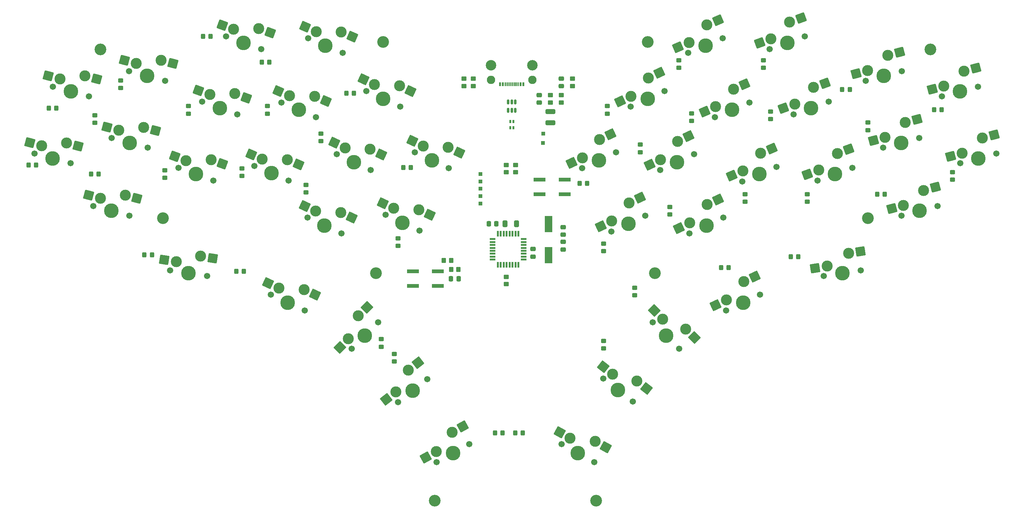
<source format=gbr>
%TF.GenerationSoftware,KiCad,Pcbnew,(6.0.7-1)-1*%
%TF.CreationDate,2022-12-23T00:58:57+01:00*%
%TF.ProjectId,acacia,61636163-6961-42e6-9b69-6361645f7063,rev?*%
%TF.SameCoordinates,Original*%
%TF.FileFunction,Soldermask,Bot*%
%TF.FilePolarity,Negative*%
%FSLAX46Y46*%
G04 Gerber Fmt 4.6, Leading zero omitted, Abs format (unit mm)*
G04 Created by KiCad (PCBNEW (6.0.7-1)-1) date 2022-12-23 00:58:57*
%MOMM*%
%LPD*%
G01*
G04 APERTURE LIST*
G04 Aperture macros list*
%AMRoundRect*
0 Rectangle with rounded corners*
0 $1 Rounding radius*
0 $2 $3 $4 $5 $6 $7 $8 $9 X,Y pos of 4 corners*
0 Add a 4 corners polygon primitive as box body*
4,1,4,$2,$3,$4,$5,$6,$7,$8,$9,$2,$3,0*
0 Add four circle primitives for the rounded corners*
1,1,$1+$1,$2,$3*
1,1,$1+$1,$4,$5*
1,1,$1+$1,$6,$7*
1,1,$1+$1,$8,$9*
0 Add four rect primitives between the rounded corners*
20,1,$1+$1,$2,$3,$4,$5,0*
20,1,$1+$1,$4,$5,$6,$7,0*
20,1,$1+$1,$6,$7,$8,$9,0*
20,1,$1+$1,$8,$9,$2,$3,0*%
G04 Aperture macros list end*
%ADD10C,3.200000*%
%ADD11C,3.000000*%
%ADD12C,1.701800*%
%ADD13C,3.987800*%
%ADD14RoundRect,0.200000X-0.530532X-1.405938X1.418030X-0.497309X0.530532X1.405938X-1.418030X0.497309X0*%
%ADD15RoundRect,0.200000X-1.399810X-0.546494X0.579275X-1.386566X1.399810X0.546494X-0.579275X1.386566X0*%
%ADD16RoundRect,0.200000X-1.310130X-0.735992X0.766610X-1.292453X1.310130X0.735992X-0.766610X1.292453X0*%
%ADD17RoundRect,0.200000X-1.369291X-0.619006X0.651048X-1.354349X1.369291X0.619006X-0.651048X1.354349X0*%
%ADD18RoundRect,0.200000X-1.493556X-0.165575X0.200667X-1.489247X1.493556X0.165575X-0.200667X1.489247X0*%
%ADD19RoundRect,0.200000X-0.766610X-1.292453X1.310130X-0.735992X0.766610X1.292453X-1.310130X0.735992X0*%
%ADD20RoundRect,0.200000X-1.418030X-0.497309X0.530532X-1.405938X1.418030X0.497309X-0.530532X1.405938X0*%
%ADD21RoundRect,0.200000X-1.226021X-0.868906X0.897509X-1.205240X1.226021X0.868906X-0.897509X1.205240X0*%
%ADD22RoundRect,0.200000X-0.651048X-1.354349X1.369291X-0.619006X0.651048X1.354349X-1.369291X0.619006X0*%
%ADD23RoundRect,0.200000X-0.579275X-1.386566X1.399810X-0.546494X0.579275X1.386566X-1.399810X0.546494X0*%
%ADD24RoundRect,0.200000X-1.502602X0.017678X0.017678X-1.502602X1.502602X-0.017678X-0.017678X1.502602X0*%
%ADD25RoundRect,0.200000X-0.431166X-1.439521X1.449266X-0.397180X0.431166X1.439521X-1.449266X0.397180X0*%
%ADD26RoundRect,0.200000X-0.897509X-1.205240X1.226021X-0.868906X0.897509X1.205240X-1.226021X0.868906X0*%
%ADD27RoundRect,0.200000X-1.449266X-0.397180X0.431166X-1.439521X1.449266X0.397180X-0.431166X1.439521X0*%
%ADD28RoundRect,0.200000X-0.017678X-1.502602X1.502602X0.017678X0.017678X1.502602X-1.502602X-0.017678X0*%
%ADD29RoundRect,0.200000X-0.200667X-1.489247X1.493556X-0.165575X0.200667X1.489247X-1.493556X0.165575X0*%
%ADD30RoundRect,0.250000X0.450000X-0.325000X0.450000X0.325000X-0.450000X0.325000X-0.450000X-0.325000X0*%
%ADD31RoundRect,0.250000X-0.475000X0.337500X-0.475000X-0.337500X0.475000X-0.337500X0.475000X0.337500X0*%
%ADD32R,2.000000X4.500000*%
%ADD33R,1.000000X1.000000*%
%ADD34RoundRect,0.250000X-0.337500X-0.475000X0.337500X-0.475000X0.337500X0.475000X-0.337500X0.475000X0*%
%ADD35RoundRect,0.250000X-0.450000X0.325000X-0.450000X-0.325000X0.450000X-0.325000X0.450000X0.325000X0*%
%ADD36RoundRect,0.250000X-0.450000X0.350000X-0.450000X-0.350000X0.450000X-0.350000X0.450000X0.350000X0*%
%ADD37RoundRect,0.250000X-0.325000X-0.450000X0.325000X-0.450000X0.325000X0.450000X-0.325000X0.450000X0*%
%ADD38RoundRect,0.025500X-0.229500X-0.354500X0.229500X-0.354500X0.229500X0.354500X-0.229500X0.354500X0*%
%ADD39RoundRect,0.250000X-1.075000X0.400000X-1.075000X-0.400000X1.075000X-0.400000X1.075000X0.400000X0*%
%ADD40R,3.200000X1.000000*%
%ADD41RoundRect,0.250000X0.450000X-0.350000X0.450000X0.350000X-0.450000X0.350000X-0.450000X-0.350000X0*%
%ADD42RoundRect,0.250000X0.325000X0.450000X-0.325000X0.450000X-0.325000X-0.450000X0.325000X-0.450000X0*%
%ADD43RoundRect,0.150000X-0.150000X0.512500X-0.150000X-0.512500X0.150000X-0.512500X0.150000X0.512500X0*%
%ADD44RoundRect,0.250000X0.475000X-0.337500X0.475000X0.337500X-0.475000X0.337500X-0.475000X-0.337500X0*%
%ADD45R,0.600000X1.100000*%
%ADD46R,0.300000X1.100000*%
%ADD47C,2.280000*%
%ADD48C,2.850000*%
%ADD49R,1.600000X0.550000*%
%ADD50R,0.550000X1.600000*%
%ADD51RoundRect,0.250000X0.412500X0.650000X-0.412500X0.650000X-0.412500X-0.650000X0.412500X-0.650000X0*%
%ADD52RoundRect,0.250000X0.350000X0.450000X-0.350000X0.450000X-0.350000X-0.450000X0.350000X-0.450000X0*%
%ADD53RoundRect,0.250000X0.337500X0.475000X-0.337500X0.475000X-0.337500X-0.475000X0.337500X-0.475000X0*%
G04 APERTURE END LIST*
D10*
%TO.C,H6*%
X48000000Y-58500000D03*
%TD*%
D11*
%TO.C,SW29*%
X187223517Y-105308154D03*
D12*
X196354044Y-103853099D03*
X187145956Y-108146901D03*
D13*
X191750000Y-106000000D03*
D11*
X191905121Y-100322506D03*
D14*
X184255359Y-106692229D03*
X194897749Y-98927021D03*
%TD*%
D12*
%TO.C,SW10*%
X89897670Y-90280172D03*
D11*
X92059169Y-88438318D03*
X98896831Y-88581378D03*
D13*
X94573835Y-92265086D03*
D12*
X99250000Y-94250000D03*
D15*
X89044515Y-87158674D03*
X101936338Y-89871573D03*
%TD*%
D10*
%TO.C,H9*%
X123000000Y-119500000D03*
%TD*%
D11*
%TO.C,SW1*%
X52977223Y-80560448D03*
D13*
X56000000Y-84000000D03*
D12*
X60906903Y-85314801D03*
D11*
X59768252Y-79750497D03*
D12*
X51093097Y-82685199D03*
D16*
X49813816Y-79712815D03*
X62957739Y-80605118D03*
%TD*%
D12*
%TO.C,SW6*%
X75726361Y-72762538D03*
X85273639Y-76237462D03*
D11*
X77788502Y-70810084D03*
X84624282Y-70595093D03*
D13*
X80500000Y-74500000D03*
D17*
X74711009Y-69689968D03*
X87727147Y-71724443D03*
%TD*%
D12*
%TO.C,SW41*%
X179145956Y-90896901D03*
D11*
X179223517Y-88058154D03*
D12*
X188354044Y-86603099D03*
D13*
X183750000Y-88750000D03*
D11*
X183905121Y-83072506D03*
D14*
X176255359Y-89442229D03*
X186897749Y-81677021D03*
%TD*%
D13*
%TO.C,SW4*%
X35000000Y-88250000D03*
D12*
X39906903Y-89564801D03*
D11*
X31977223Y-84810448D03*
D12*
X30093097Y-86935199D03*
D11*
X38768252Y-84000497D03*
D16*
X28813816Y-83962815D03*
X41957739Y-84855118D03*
%TD*%
D12*
%TO.C,SW26*%
X192395956Y-74146901D03*
X201604044Y-69853099D03*
D11*
X197155121Y-66322506D03*
X192473517Y-71308154D03*
D13*
X197000000Y-72000000D03*
D14*
X189505359Y-72692229D03*
X200147749Y-64927021D03*
%TD*%
D11*
%TO.C,SW24*%
X187500000Y-147000000D03*
X194067649Y-148907904D03*
D13*
X188938541Y-151347218D03*
D12*
X192941636Y-154474778D03*
X184935446Y-148219658D03*
D18*
X184919265Y-144983709D03*
X196669660Y-150940818D03*
%TD*%
D13*
%TO.C,SW2*%
X51000000Y-102500000D03*
D12*
X46093097Y-101185199D03*
D11*
X54768252Y-98250497D03*
D12*
X55906903Y-103814801D03*
D11*
X47977223Y-99060448D03*
D16*
X44813816Y-98212815D03*
X57957739Y-99105118D03*
%TD*%
D12*
%TO.C,SW8*%
X104573835Y-55515086D03*
D11*
X113572996Y-53816292D03*
D12*
X113926165Y-59484914D03*
D11*
X106735334Y-53673232D03*
D13*
X109250000Y-57500000D03*
D15*
X103720680Y-52393588D03*
X116612503Y-55106487D03*
%TD*%
D11*
%TO.C,SW30*%
X282662422Y-86782649D03*
D12*
X282093097Y-89564801D03*
D13*
X287000000Y-88250000D03*
D12*
X291906903Y-86935199D03*
D11*
X288138651Y-82685696D03*
D19*
X279499015Y-87630281D03*
X291328138Y-81831076D03*
%TD*%
D11*
%TO.C,SW17*%
X96620418Y-123587803D03*
D12*
X94395956Y-125353099D03*
D13*
X99000000Y-127500000D03*
D12*
X103604044Y-129646901D03*
D11*
X103448923Y-123969407D03*
D20*
X93652260Y-122203728D03*
X106441551Y-125364892D03*
%TD*%
D10*
%TO.C,H8*%
X257000000Y-104500000D03*
%TD*%
D11*
%TO.C,SW14*%
X142698923Y-85219407D03*
D12*
X142854044Y-90896901D03*
D13*
X138250000Y-88750000D03*
D12*
X133645956Y-86603099D03*
D11*
X135870418Y-84837803D03*
D20*
X132902260Y-83453728D03*
X145691551Y-86614892D03*
%TD*%
D11*
%TO.C,SW40*%
X266662422Y-101032649D03*
D12*
X266093097Y-103814801D03*
X275906903Y-101185199D03*
D11*
X272138651Y-96935696D03*
D13*
X271000000Y-102500000D03*
D19*
X263499015Y-101880281D03*
X275328138Y-96081076D03*
%TD*%
D11*
%TO.C,SW27*%
X200473517Y-88558154D03*
D12*
X200395956Y-91396901D03*
D11*
X205155121Y-83572506D03*
D12*
X209604044Y-87103099D03*
D13*
X205000000Y-89250000D03*
D14*
X197505359Y-89942229D03*
X208147749Y-82177021D03*
%TD*%
D10*
%TO.C,H4*%
X65000000Y-104500000D03*
%TD*%
D12*
%TO.C,SW13*%
X104395956Y-104353099D03*
X113604044Y-108646901D03*
D11*
X113448923Y-102969407D03*
X106620418Y-102587803D03*
D13*
X109000000Y-106500000D03*
D20*
X103652260Y-101203728D03*
X116441551Y-104364892D03*
%TD*%
D11*
%TO.C,SW16*%
X68634251Y-116395256D03*
D12*
X66982543Y-118705313D03*
D13*
X72000000Y-119500000D03*
D11*
X75303415Y-114879887D03*
D12*
X77017457Y-120294687D03*
D21*
X65399572Y-115882933D03*
X78564762Y-115396433D03*
%TD*%
D11*
%TO.C,SW35*%
X237051040Y-73416277D03*
D13*
X241500000Y-74500000D03*
D11*
X242149357Y-68857630D03*
D12*
X246273639Y-72762538D03*
X236726361Y-76237462D03*
D22*
X233973547Y-74536393D03*
X245252222Y-67728280D03*
%TD*%
D13*
%TO.C,SW32*%
X220000000Y-75000000D03*
D11*
X220353168Y-69331378D03*
D12*
X215323835Y-76984914D03*
D11*
X215500419Y-74150603D03*
D12*
X224676165Y-73015086D03*
D23*
X212485766Y-75430248D03*
X223392675Y-68041184D03*
%TD*%
D11*
%TO.C,SW23*%
X201101974Y-132009872D03*
X207388154Y-134703949D03*
D13*
X202000000Y-136500000D03*
D12*
X205592102Y-140092102D03*
X198407898Y-132907898D03*
D24*
X198786200Y-129694097D03*
X209723020Y-137038815D03*
%TD*%
D11*
%TO.C,SW28*%
X213155121Y-100822506D03*
X208473517Y-105808154D03*
D13*
X213000000Y-106500000D03*
D12*
X208395956Y-108646901D03*
X217604044Y-104353099D03*
D14*
X205505359Y-107192229D03*
X216147749Y-99427021D03*
%TD*%
D11*
%TO.C,SW48*%
X64518252Y-61500497D03*
D12*
X65656903Y-67064801D03*
D13*
X60750000Y-65750000D03*
D11*
X57727223Y-62310448D03*
D12*
X55843097Y-64435199D03*
D16*
X54563816Y-61462815D03*
X67707739Y-62355118D03*
%TD*%
D10*
%TO.C,H1*%
X197000000Y-56500000D03*
%TD*%
D11*
%TO.C,SW20*%
X143744075Y-162825515D03*
D13*
X143985374Y-168500000D03*
D11*
X139421656Y-168125591D03*
D12*
X148428442Y-166037167D03*
X139542306Y-170962833D03*
D25*
X136557277Y-169713342D03*
X146632069Y-161224674D03*
%TD*%
D11*
%TO.C,SW12*%
X121448923Y-85719407D03*
D12*
X121604044Y-91396901D03*
D13*
X117000000Y-89250000D03*
D11*
X114620418Y-85337803D03*
D12*
X112395956Y-87103099D03*
D20*
X111652260Y-83953728D03*
X124441551Y-87114892D03*
%TD*%
D13*
%TO.C,SW42*%
X282000000Y-70000000D03*
D11*
X283138651Y-64435696D03*
X277662422Y-68532649D03*
D12*
X286906903Y-68685199D03*
X277093097Y-71314801D03*
D19*
X274499015Y-69380281D03*
X286328138Y-63581076D03*
%TD*%
D12*
%TO.C,SW21*%
X244982543Y-120294687D03*
D13*
X250000000Y-119500000D03*
D11*
X245839564Y-117587287D03*
D12*
X255017457Y-118705313D03*
D11*
X251714041Y-114085200D03*
D26*
X242604885Y-118099610D03*
X254975388Y-113568653D03*
%TD*%
D10*
%TO.C,H2*%
X183000000Y-181500000D03*
%TD*%
D12*
%TO.C,SW33*%
X222750000Y-94500000D03*
X232102330Y-90530172D03*
D13*
X227426165Y-92515086D03*
D11*
X227779333Y-86846464D03*
X222926584Y-91665689D03*
D23*
X219911931Y-92945334D03*
X230818840Y-85556270D03*
%TD*%
D12*
%TO.C,SW36*%
X243226361Y-94237462D03*
D11*
X248649357Y-86857630D03*
X243551040Y-91416277D03*
D13*
X248000000Y-92500000D03*
D12*
X252773639Y-90762538D03*
D22*
X240473547Y-92536393D03*
X251752222Y-85728280D03*
%TD*%
D13*
%TO.C,SW34*%
X235000000Y-56750000D03*
D12*
X230226361Y-58487462D03*
D11*
X230551040Y-55666277D03*
X235649357Y-51107630D03*
D12*
X239773639Y-55012538D03*
D22*
X227473547Y-56786393D03*
X238752222Y-49978280D03*
%TD*%
D12*
%TO.C,SW25*%
X173556932Y-166037167D03*
D11*
X182684367Y-165288348D03*
D12*
X182443068Y-170962833D03*
D11*
X175899115Y-164431341D03*
D13*
X178000000Y-168500000D03*
D27*
X173034736Y-162843590D03*
X185572361Y-166889190D03*
%TD*%
D11*
%TO.C,SW18*%
X115509872Y-137398026D03*
X118203949Y-131111846D03*
D12*
X123592102Y-132907898D03*
D13*
X120000000Y-136500000D03*
D12*
X116407898Y-140092102D03*
D28*
X113194097Y-139713800D03*
X120538815Y-128776980D03*
%TD*%
D10*
%TO.C,H3*%
X125000000Y-56500000D03*
%TD*%
D11*
%TO.C,SW7*%
X71288502Y-88810084D03*
X78124282Y-88595093D03*
D12*
X69226361Y-90762538D03*
D13*
X74000000Y-92500000D03*
D12*
X78773639Y-94237462D03*
D17*
X68211009Y-87689968D03*
X81227147Y-89724443D03*
%TD*%
D13*
%TO.C,SW19*%
X133000000Y-151500000D03*
D11*
X128433899Y-151844123D03*
D12*
X128996905Y-154627560D03*
X137003095Y-148372440D03*
D11*
X131873987Y-145933125D03*
D29*
X125853164Y-153860414D03*
X134475999Y-143900211D03*
%TD*%
D11*
%TO.C,SW5*%
X84288502Y-53060084D03*
D13*
X87000000Y-56750000D03*
D12*
X82226361Y-55012538D03*
X91773639Y-58487462D03*
D11*
X91124282Y-52845093D03*
D17*
X81211009Y-51939968D03*
X94227147Y-53974443D03*
%TD*%
D12*
%TO.C,SW39*%
X261093097Y-85314801D03*
X270906903Y-82685199D03*
D11*
X267138651Y-78435696D03*
D13*
X266000000Y-84000000D03*
D11*
X261662422Y-82532649D03*
D19*
X258499015Y-83380281D03*
X270328138Y-77581076D03*
%TD*%
D10*
%TO.C,H7*%
X199000000Y-119500000D03*
%TD*%
D12*
%TO.C,SW11*%
X129604044Y-74146901D03*
D13*
X125000000Y-72000000D03*
D11*
X122620418Y-68087803D03*
X129448923Y-68469407D03*
D12*
X120395956Y-69853099D03*
D20*
X119652260Y-66703728D03*
X132441551Y-69864892D03*
%TD*%
D13*
%TO.C,SW15*%
X130250000Y-105750000D03*
D11*
X134698923Y-102219407D03*
D12*
X134854044Y-107896901D03*
D11*
X127870418Y-101837803D03*
D12*
X125645956Y-103603099D03*
D20*
X124902260Y-100453728D03*
X137691551Y-103614892D03*
%TD*%
D13*
%TO.C,SW38*%
X261250000Y-65750000D03*
D11*
X256912422Y-64282649D03*
D12*
X266156903Y-64435199D03*
X256343097Y-67064801D03*
D11*
X262388651Y-60185696D03*
D19*
X253749015Y-65130281D03*
X265578138Y-59331076D03*
%TD*%
D10*
%TO.C,H5*%
X274000000Y-58500000D03*
%TD*%
D11*
%TO.C,SW3*%
X43768252Y-65750497D03*
D12*
X44906903Y-71314801D03*
X35093097Y-68685199D03*
D11*
X36977223Y-66560448D03*
D13*
X40000000Y-70000000D03*
D16*
X33813816Y-65712815D03*
X46957739Y-66605118D03*
%TD*%
D13*
%TO.C,SW22*%
X223000000Y-127500000D03*
D11*
X218473517Y-126808154D03*
X223155121Y-121822506D03*
D12*
X227604044Y-125353099D03*
X218395956Y-129646901D03*
D14*
X215505359Y-128192229D03*
X226147749Y-120427021D03*
%TD*%
D13*
%TO.C,SW31*%
X212750000Y-57500000D03*
D11*
X213103168Y-51831378D03*
X208250419Y-56650603D03*
D12*
X208073835Y-59484914D03*
X217426165Y-55515086D03*
D23*
X205235766Y-57930248D03*
X216142675Y-50541184D03*
%TD*%
D10*
%TO.C,H10*%
X139000000Y-181500000D03*
%TD*%
D11*
%TO.C,SW9*%
X99485334Y-71173232D03*
X106322996Y-71316292D03*
D13*
X102000000Y-75000000D03*
D12*
X106676165Y-76984914D03*
X97323835Y-73015086D03*
D15*
X96470680Y-69893588D03*
X109362503Y-72606487D03*
%TD*%
D30*
%TO.C,D33*%
X223500000Y-100025000D03*
X223500000Y-97975000D03*
%TD*%
%TO.C,D32*%
X209000000Y-78025000D03*
X209000000Y-75975000D03*
%TD*%
%TO.C,D48*%
X53500000Y-69025000D03*
X53500000Y-66975000D03*
%TD*%
D31*
%TO.C,C1*%
X167500000Y-70962500D03*
X167500000Y-73037500D03*
%TD*%
D32*
%TO.C,Y1*%
X170000000Y-106112500D03*
X170000000Y-114612500D03*
%TD*%
D33*
%TO.C,TP4*%
X151500000Y-92500000D03*
%TD*%
D30*
%TO.C,D15*%
X129000000Y-112025000D03*
X129000000Y-109975000D03*
%TD*%
D34*
%TO.C,C7*%
X143462500Y-121000000D03*
X145537500Y-121000000D03*
%TD*%
D35*
%TO.C,D18*%
X124500000Y-137475000D03*
X124500000Y-139525000D03*
%TD*%
D30*
%TO.C,D30*%
X185000000Y-113525000D03*
X185000000Y-111475000D03*
%TD*%
D36*
%TO.C,R3*%
X158500000Y-90000000D03*
X158500000Y-92000000D03*
%TD*%
D37*
%TO.C,D11*%
X114975000Y-70500000D03*
X117025000Y-70500000D03*
%TD*%
D38*
%TO.C,FL1*%
X159565000Y-79835000D03*
X159565000Y-78165000D03*
X160435000Y-78165000D03*
X160435000Y-79835000D03*
%TD*%
D35*
%TO.C,D13*%
X104000000Y-95475000D03*
X104000000Y-97525000D03*
%TD*%
D37*
%TO.C,D17*%
X84975000Y-119000000D03*
X87025000Y-119000000D03*
%TD*%
%TO.C,D37*%
X249975000Y-69500000D03*
X252025000Y-69500000D03*
%TD*%
D39*
%TO.C,F1*%
X170500000Y-75450000D03*
X170500000Y-78550000D03*
%TD*%
D30*
%TO.C,D35*%
X230500000Y-77525000D03*
X230500000Y-75475000D03*
%TD*%
D35*
%TO.C,D27*%
X195000000Y-84475000D03*
X195000000Y-86525000D03*
%TD*%
D40*
%TO.C,SW43*%
X167600000Y-94000000D03*
X174400000Y-94000000D03*
X167600000Y-98000000D03*
X174400000Y-98000000D03*
%TD*%
D41*
%TO.C,R1*%
X176500000Y-68500000D03*
X176500000Y-66500000D03*
%TD*%
D30*
%TO.C,D31*%
X205500000Y-63525000D03*
X205500000Y-61475000D03*
%TD*%
D40*
%TO.C,SW49*%
X133100000Y-119000000D03*
X139900000Y-119000000D03*
X133100000Y-123000000D03*
X139900000Y-123000000D03*
%TD*%
D42*
%TO.C,D40*%
X277025000Y-75000000D03*
X274975000Y-75000000D03*
%TD*%
D30*
%TO.C,D7*%
X65500000Y-93525000D03*
X65500000Y-91475000D03*
%TD*%
D43*
%TO.C,U1*%
X159050000Y-72862500D03*
X160000000Y-72862500D03*
X160950000Y-72862500D03*
X160950000Y-75137500D03*
X160000000Y-75137500D03*
X159050000Y-75137500D03*
%TD*%
D36*
%TO.C,R2*%
X161000000Y-90000000D03*
X161000000Y-92000000D03*
%TD*%
D33*
%TO.C,TP3*%
X151500000Y-94500000D03*
%TD*%
D42*
%TO.C,D20*%
X157525000Y-163000000D03*
X155475000Y-163000000D03*
%TD*%
D37*
%TO.C,D8*%
X91975000Y-62000000D03*
X94025000Y-62000000D03*
%TD*%
%TO.C,D25*%
X160975000Y-163000000D03*
X163025000Y-163000000D03*
%TD*%
D44*
%TO.C,C2*%
X173500000Y-68537500D03*
X173500000Y-66462500D03*
%TD*%
D37*
%TO.C,D39*%
X259475000Y-98000000D03*
X261525000Y-98000000D03*
%TD*%
D35*
%TO.C,D1*%
X46500000Y-76475000D03*
X46500000Y-78525000D03*
%TD*%
D42*
%TO.C,D3*%
X36025000Y-74500000D03*
X33975000Y-74500000D03*
%TD*%
D30*
%TO.C,D10*%
X86500000Y-93025000D03*
X86500000Y-90975000D03*
%TD*%
D36*
%TO.C,FB2*%
X170500000Y-71000000D03*
X170500000Y-73000000D03*
%TD*%
D30*
%TO.C,D9*%
X93500000Y-76025000D03*
X93500000Y-73975000D03*
%TD*%
D44*
%TO.C,C4*%
X174000000Y-113037500D03*
X174000000Y-110962500D03*
%TD*%
D33*
%TO.C,TP7*%
X151500000Y-100500000D03*
%TD*%
D35*
%TO.C,D19*%
X128000000Y-141475000D03*
X128000000Y-143525000D03*
%TD*%
%TO.C,D38*%
X257000000Y-78475000D03*
X257000000Y-80525000D03*
%TD*%
D42*
%TO.C,D2*%
X47525000Y-92500000D03*
X45475000Y-92500000D03*
%TD*%
D45*
%TO.C,J1*%
X156800000Y-68000000D03*
X157600000Y-68000000D03*
D46*
X158750000Y-68000000D03*
X159750000Y-68000000D03*
X160250000Y-68000000D03*
X161250000Y-68000000D03*
D45*
X162400000Y-68000000D03*
X163200000Y-68000000D03*
D46*
X161750000Y-68000000D03*
X160750000Y-68000000D03*
X159250000Y-68000000D03*
X158250000Y-68000000D03*
D47*
X154380000Y-66850000D03*
X165620000Y-66850000D03*
D48*
X154380000Y-62850000D03*
X165620000Y-62850000D03*
%TD*%
D30*
%TO.C,D26*%
X186000000Y-76025000D03*
X186000000Y-73975000D03*
%TD*%
D49*
%TO.C,U2*%
X163250000Y-110200000D03*
X163250000Y-111000000D03*
X163250000Y-111800000D03*
X163250000Y-112600000D03*
X163250000Y-113400000D03*
X163250000Y-114200000D03*
X163250000Y-115000000D03*
X163250000Y-115800000D03*
D50*
X161800000Y-117250000D03*
X161000000Y-117250000D03*
X160200000Y-117250000D03*
X159400000Y-117250000D03*
X158600000Y-117250000D03*
X157800000Y-117250000D03*
X157000000Y-117250000D03*
X156200000Y-117250000D03*
D49*
X154750000Y-115800000D03*
X154750000Y-115000000D03*
X154750000Y-114200000D03*
X154750000Y-113400000D03*
X154750000Y-112600000D03*
X154750000Y-111800000D03*
X154750000Y-111000000D03*
X154750000Y-110200000D03*
D50*
X156200000Y-108750000D03*
X157000000Y-108750000D03*
X157800000Y-108750000D03*
X158600000Y-108750000D03*
X159400000Y-108750000D03*
X160200000Y-108750000D03*
X161000000Y-108750000D03*
X161800000Y-108750000D03*
%TD*%
D33*
%TO.C,TP1*%
X168500000Y-84000000D03*
%TD*%
D30*
%TO.C,D36*%
X240500000Y-100025000D03*
X240500000Y-97975000D03*
%TD*%
D42*
%TO.C,D14*%
X132525000Y-90750000D03*
X130475000Y-90750000D03*
%TD*%
%TO.C,D29*%
X180525000Y-95000000D03*
X178475000Y-95000000D03*
%TD*%
D30*
%TO.C,D6*%
X72000000Y-76025000D03*
X72000000Y-73975000D03*
%TD*%
D42*
%TO.C,D4*%
X30525000Y-90000000D03*
X28475000Y-90000000D03*
%TD*%
D33*
%TO.C,TP2*%
X168550000Y-81500000D03*
%TD*%
%TO.C,TP6*%
X151500000Y-98500000D03*
%TD*%
D35*
%TO.C,D12*%
X108000000Y-81500000D03*
X108000000Y-83550000D03*
%TD*%
D51*
%TO.C,C6*%
X161312500Y-106000000D03*
X158187500Y-106000000D03*
%TD*%
D44*
%TO.C,C8*%
X165787500Y-115000000D03*
X165787500Y-112925000D03*
%TD*%
D31*
%TO.C,C3*%
X174000000Y-106962500D03*
X174000000Y-109037500D03*
%TD*%
D33*
%TO.C,TP5*%
X151500000Y-96500000D03*
%TD*%
D36*
%TO.C,R7*%
X149500000Y-66500000D03*
X149500000Y-68500000D03*
%TD*%
D37*
%TO.C,D21*%
X235975000Y-115000000D03*
X238025000Y-115000000D03*
%TD*%
%TO.C,D16*%
X59975000Y-114500000D03*
X62025000Y-114500000D03*
%TD*%
D35*
%TO.C,D23*%
X193500000Y-123475000D03*
X193500000Y-125525000D03*
%TD*%
D30*
%TO.C,D41*%
X280000000Y-94025000D03*
X280000000Y-91975000D03*
%TD*%
D36*
%TO.C,R8*%
X147000000Y-66500000D03*
X147000000Y-68500000D03*
%TD*%
%TO.C,R6*%
X158500000Y-120500000D03*
X158500000Y-122500000D03*
%TD*%
D42*
%TO.C,D22*%
X219025000Y-118000000D03*
X216975000Y-118000000D03*
%TD*%
D30*
%TO.C,D34*%
X228500000Y-63525000D03*
X228500000Y-61475000D03*
%TD*%
D35*
%TO.C,D28*%
X203000000Y-101475000D03*
X203000000Y-103525000D03*
%TD*%
%TO.C,D24*%
X185000000Y-137975000D03*
X185000000Y-140025000D03*
%TD*%
D41*
%TO.C,FB1*%
X173500000Y-73000000D03*
X173500000Y-71000000D03*
%TD*%
D37*
%TO.C,D5*%
X75975000Y-55000000D03*
X78025000Y-55000000D03*
%TD*%
D52*
%TO.C,R5*%
X143500000Y-116000000D03*
X141500000Y-116000000D03*
%TD*%
%TO.C,R4*%
X145500000Y-118500000D03*
X143500000Y-118500000D03*
%TD*%
D53*
%TO.C,C5*%
X155825000Y-106000000D03*
X153750000Y-106000000D03*
%TD*%
M02*

</source>
